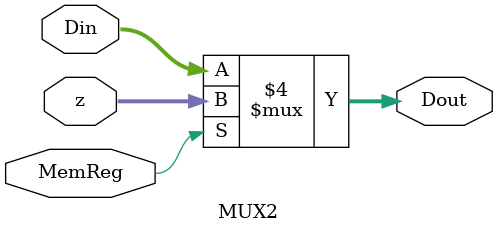
<source format=v>
module MUX2(

input MemReg,
input [4:0]Din,
input [4:0]z,
output reg [4:0]Dout
);

always @*
begin
 
 if (MemReg == 1)
   Dout = z;

 else
    Dout = Din;

end
endmodule


</source>
